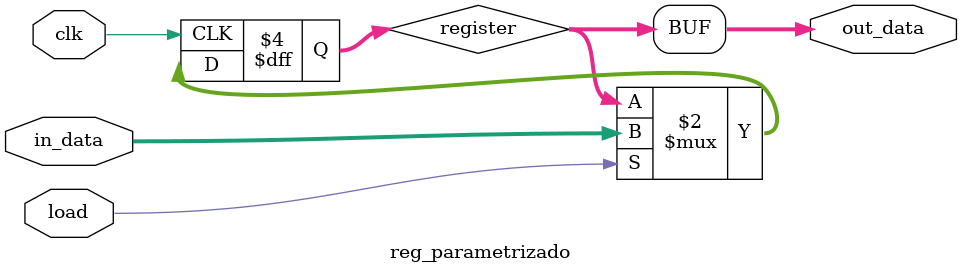
<source format=v>
module reg_parametrizado(
  clk, // sinal de clock
  load, // sinal de carga
  in_data, // entrada de dados
  out_data // saída de dados
);
  parameter BITS = 64; // número de bits do registrador

  input clk, load;
  input [BITS-1:0] in_data;
  output [BITS-1:0] out_data;

   // número de bits do registrador

  reg [BITS-1:0] register; // registrador

  assign out_data = register; // saída dos dados registrados

  always @(posedge clk) begin
    if (load) // carga habilitada
      register <= in_data; // atualiza o valor do registrador
  end

endmodule

</source>
